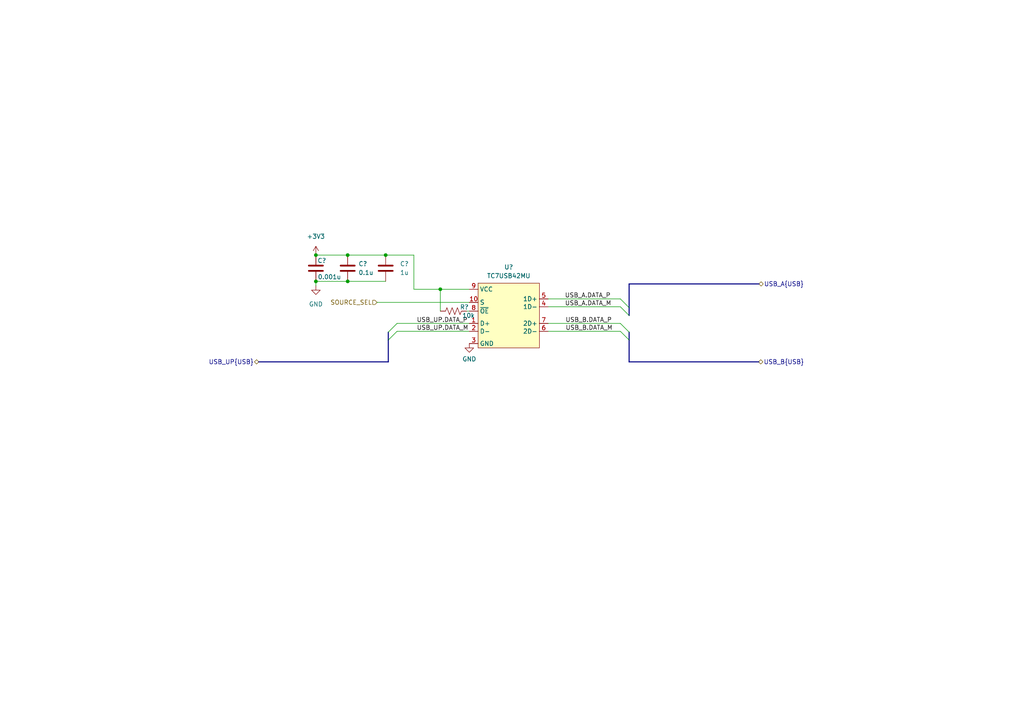
<source format=kicad_sch>
(kicad_sch (version 20211123) (generator eeschema)
  (paper "A4")
  (lib_symbols
    (symbol "Device:C" (pin_numbers hide) (pin_names (offset 0.254))
      (property "Reference" "C" (at 0.635 2.54 0))
      (property "Value" "C" (at 0.635 -2.54 0))
      (symbol "C_0_1"
        (polyline (pts (xy -2.032 -0.762) (xy 2.032 -0.762)) (stroke (width 0.508)))
        (polyline (pts (xy -2.032 0.762) (xy 2.032 0.762)) (stroke (width 0.508)))
      )
      (symbol "C_1_1"
        (pin passive line (at 0 3.81 270) (length 2.794) (name "~") (number "1"))
        (pin passive line (at 0 -3.81 90) (length 2.794) (name "~") (number "2"))
      )
    )
    (symbol "Device:R_US" (pin_numbers hide) (pin_names (offset 0))
      (property "Reference" "R" (at 2.54 0 90))
      (property "Value" "R_US" (at -2.54 0 90))
      (symbol "R_US_0_1"
        (polyline (pts (xy 0 -2.286) (xy 0 -2.54)))
        (polyline (pts (xy 0 2.286) (xy 0 2.54)))
        (polyline (pts (xy 0 -0.762) (xy 1.016 -1.143) (xy 0 -1.524) (xy -1.016 -1.905) (xy 0 -2.286)))
        (polyline (pts (xy 0 0.762) (xy 1.016 0.381) (xy 0 0) (xy -1.016 -0.381) (xy 0 -0.762)))
        (polyline (pts (xy 0 2.286) (xy 1.016 1.905) (xy 0 1.524) (xy -1.016 1.143) (xy 0 0.762)))
      )
      (symbol "R_US_1_1"
        (pin passive line (at 0 3.81 270) (length 1.27) (name "~") (number "1"))
        (pin passive line (at 0 -3.81 90) (length 1.27) (name "~") (number "2"))
      )
    )
    (symbol "Misic:TC7USB42MU"
      (property "Reference" "U" (at 0 -8.89 0))
      (property "Value" "TC7USB42MU" (at 0 -11.684 0))
      (symbol "TC7USB42MU_0_1"
        (rectangle (start -9.144 11.684) (end 8.636 -7.112) (fill (type background)))
      )
      (symbol "TC7USB42MU_1_1"
        (pin bidirectional line (at -11.684 0 0) (length 2.54) (name "D+") (number "1"))
        (pin input line (at -11.684 6.096 0) (length 2.54) (name "S") (number "10"))
        (pin bidirectional line (at -11.684 -2.286 0) (length 2.54) (name "D-") (number "2"))
        (pin power_in line (at -11.684 -5.842 0) (length 2.54) (name "GND") (number "3"))
        (pin bidirectional line (at 11.176 4.826 180) (length 2.54) (name "1D-") (number "4"))
        (pin bidirectional line (at 11.176 7.112 180) (length 2.54) (name "1D+") (number "5"))
        (pin bidirectional line (at 11.176 -2.286 180) (length 2.54) (name "2D-") (number "6"))
        (pin bidirectional line (at 11.176 0 180) (length 2.54) (name "2D+") (number "7"))
        (pin bidirectional line (at -11.684 3.556 0) (length 2.54) (name "~{OE}") (number "8"))
        (pin power_in line (at -11.684 9.906 0) (length 2.54) (name "VCC") (number "9"))
      )
    )
    (symbol "power:+3V3" (power) (pin_names (offset 0))
      (property "Value" "+3V3" (at 0 3.556 0))
      (symbol "+3V3_0_1"
        (polyline (pts (xy -0.762 1.27) (xy 0 2.54)))
        (polyline (pts (xy 0 0) (xy 0 2.54)))
        (polyline (pts (xy 0 2.54) (xy 0.762 1.27)))
      )
      (symbol "+3V3_1_1"
        (pin power_in line (at 0 0 90) (length 0) hide (name "+3V3") (number "1"))
      )
    )
    (symbol "power:GND" (power) (pin_names (offset 0))
      (property "Value" "GND" (at 0 -3.81 0))
      (symbol "GND_0_1"
        (polyline (pts (xy 0 0) (xy 0 -1.27) (xy 1.27 -1.27) (xy 0 -2.54) (xy -1.27 -1.27) (xy 0 -1.27)))
      )
      (symbol "GND_1_1"
        (pin power_in line (at 0 0 270) (length 0) hide (name "GND") (number "1"))
      )
    )
  )
  (junction (at 127.7112 83.8962))
  (junction (at 91.6178 81.6102))
  (junction (at 91.6178 73.9902))
  (junction (at 111.8616 73.9902))
  (junction (at 100.838 73.9902))
  (junction (at 100.838 81.6102))
  (bus_entry (at 179.9336 96.0882) (size 2.54 2.54))
  (bus_entry (at 179.9336 88.9762) (size 2.54 2.54))
  (bus_entry (at 179.9336 93.8022) (size 2.54 2.54))
  (bus_entry (at 115.1636 93.8022) (size -2.54 2.54))
  (bus_entry (at 179.9336 86.6902) (size 2.54 2.54))
  (bus_entry (at 115.1636 96.0882) (size -2.54 2.54))
  (wire (pts (xy 115.1636 93.8022) (xy 136.1186 93.8022)))
  (bus (pts (xy 220.0402 104.9528) (xy 182.4736 104.9528)))
  (wire (pts (xy 100.838 73.9902) (xy 111.8616 73.9902)))
  (wire (pts (xy 109.3724 87.7062) (xy 136.1186 87.7062)))
  (wire (pts (xy 120.0404 83.8962) (xy 127.7112 83.8962)))
  (wire (pts (xy 127.7112 90.2462) (xy 127.7112 83.8962)))
  (bus (pts (xy 182.4736 89.2302) (xy 182.4736 82.3468)))
  (wire (pts (xy 179.9336 86.6902) (xy 158.9786 86.6902)))
  (wire (pts (xy 135.3312 90.2462) (xy 136.1186 90.2462)))
  (wire (pts (xy 91.6178 81.6102) (xy 91.6178 82.8802)))
  (bus (pts (xy 182.4736 89.2302) (xy 182.4736 91.5162)))
  (wire (pts (xy 179.9336 93.8022) (xy 158.9786 93.8022)))
  (wire (pts (xy 111.8616 81.6102) (xy 100.838 81.6102)))
  (wire (pts (xy 100.838 81.6102) (xy 91.6178 81.6102)))
  (bus (pts (xy 182.4736 98.6282) (xy 182.4736 104.9528)))
  (wire (pts (xy 91.6178 73.9902) (xy 100.838 73.9902)))
  (wire (pts (xy 179.9336 96.0882) (xy 158.9786 96.0882)))
  (bus (pts (xy 75.057 104.9528) (xy 112.6236 104.9528)))
  (wire (pts (xy 127.7112 83.8962) (xy 136.1186 83.8962)))
  (wire (pts (xy 115.1636 96.0882) (xy 136.1186 96.0882)))
  (bus (pts (xy 112.6236 96.3422) (xy 112.6236 98.6282)))
  (wire (pts (xy 120.0404 73.9902) (xy 120.0404 83.8962)))
  (bus (pts (xy 182.4736 82.3468) (xy 220.1164 82.3468)))
  (bus (pts (xy 182.4736 96.3422) (xy 182.4736 98.6282)))
  (bus (pts (xy 112.6236 98.6282) (xy 112.6236 104.9528)))
  (wire (pts (xy 179.9336 88.9762) (xy 158.9786 88.9762)))
  (wire (pts (xy 111.8616 73.9902) (xy 120.0404 73.9902)))
  (label "USB_UP.DATA_P" (at 120.8278 93.8022 0))
  (label "USB_B.DATA_M" (at 164.0078 96.0882 0))
  (label "USB_A.DATA_M" (at 163.83 88.9762 0))
  (label "USB_UP.DATA_M" (at 120.8532 96.0882 0))
  (label "USB_B.DATA_P" (at 163.9824 93.8022 0))
  (label "USB_A.DATA_P" (at 163.8046 86.6902 0))
  (hierarchical_label "SOURCE_SEL" (shape input) (at 109.3724 87.7062 180))
  (hierarchical_label "USB_B{USB}" (shape bidirectional) (at 220.0148 104.9528 0))
  (hierarchical_label "USB_A{USB}" (shape bidirectional) (at 220.1164 82.3468 0))
  (hierarchical_label "USB_UP{USB}" (shape bidirectional) (at 75.057 104.9528 180))
  (symbol (lib_id "Device:C") (at 100.838 77.8002 0) (unit 1)
    (property "Reference" "C?" (at 103.9622 76.5301 0) (effects (justify left)))
    (property "Value" "0.1u" (at 103.9622 79.0701 0) (effects (justify left)))
  )
  (symbol (lib_id "power:GND") (at 136.1186 99.6442 0) (unit 1)
    (property "Reference" "#PWR?" (effects hide))
    (property "Value" "GND" (at 136.1186 104.14 0))
  )
  (symbol (lib_id "Misic:TC7USB42MU") (at 147.8026 93.8022 0) (unit 1)
    (property "Reference" "U?" (at 147.5486 77.47 0))
    (property "Value" "TC7USB42MU" (at 147.5486 80.01 0))
  )
  (symbol (lib_id "Device:C") (at 111.8616 77.8002 0) (unit 1)
    (property "Reference" "C?" (at 116.0018 76.5301 0) (effects (justify left)))
    (property "Value" "1u" (at 116.0018 79.0701 0) (effects (justify left)))
  )
  (symbol (lib_id "Device:R_US") (at 131.5212 90.2462 90) (unit 1)
    (property "Reference" "R?" (at 134.6708 89.0778 90))
    (property "Value" "10k" (at 135.89 91.5162 90))
  )
  (symbol (lib_id "power:GND") (at 91.6178 82.8802 0) (unit 1)
    (property "Reference" "#PWR?" (effects hide))
    (property "Value" "GND" (at 91.6178 88.2142 0))
  )
  (symbol (lib_id "power:+3V3") (at 91.6178 73.9902 0) (unit 1)
    (property "Reference" "#PWR?" (effects hide))
    (property "Value" "+3V3" (at 91.6178 68.58 0))
  )
  (symbol (lib_id "Device:C") (at 91.6178 77.8002 0) (unit 1)
    (property "Reference" "C?" (at 92.075 75.5904 0) (effects (justify left)))
    (property "Value" "0.001u" (at 92.1512 80.3148 0) (effects (justify left)))
  )
)
</source>
